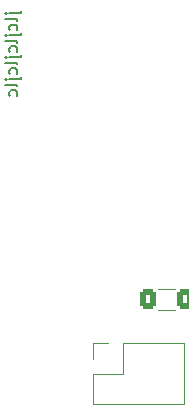
<source format=gbr>
G04 #@! TF.GenerationSoftware,KiCad,Pcbnew,(6.99.0-2452-gdb4f2d9dd8)*
G04 #@! TF.CreationDate,2022-08-02T13:39:31-05:00*
G04 #@! TF.ProjectId,RB,52422e6b-6963-4616-945f-706362585858,rev?*
G04 #@! TF.SameCoordinates,Original*
G04 #@! TF.FileFunction,Legend,Bot*
G04 #@! TF.FilePolarity,Positive*
%FSLAX46Y46*%
G04 Gerber Fmt 4.6, Leading zero omitted, Abs format (unit mm)*
G04 Created by KiCad (PCBNEW (6.99.0-2452-gdb4f2d9dd8)) date 2022-08-02 13:39:31*
%MOMM*%
%LPD*%
G01*
G04 APERTURE LIST*
G04 Aperture macros list*
%AMRoundRect*
0 Rectangle with rounded corners*
0 $1 Rounding radius*
0 $2 $3 $4 $5 $6 $7 $8 $9 X,Y pos of 4 corners*
0 Add a 4 corners polygon primitive as box body*
4,1,4,$2,$3,$4,$5,$6,$7,$8,$9,$2,$3,0*
0 Add four circle primitives for the rounded corners*
1,1,$1+$1,$2,$3*
1,1,$1+$1,$4,$5*
1,1,$1+$1,$6,$7*
1,1,$1+$1,$8,$9*
0 Add four rect primitives between the rounded corners*
20,1,$1+$1,$2,$3,$4,$5,0*
20,1,$1+$1,$4,$5,$6,$7,0*
20,1,$1+$1,$6,$7,$8,$9,0*
20,1,$1+$1,$8,$9,$2,$3,0*%
G04 Aperture macros list end*
%ADD10C,0.150000*%
%ADD11C,0.120000*%
%ADD12R,1.800000X1.800000*%
%ADD13C,1.800000*%
%ADD14R,1.700000X1.700000*%
%ADD15O,1.700000X1.700000*%
%ADD16RoundRect,0.250000X0.400000X0.625000X-0.400000X0.625000X-0.400000X-0.625000X0.400000X-0.625000X0*%
G04 APERTURE END LIST*
D10*
X188480714Y-76883809D02*
X189337857Y-76883809D01*
X189337857Y-76883809D02*
X189433095Y-76836190D01*
X189433095Y-76836190D02*
X189480714Y-76740952D01*
X189480714Y-76740952D02*
X189480714Y-76693333D01*
X188147380Y-76883809D02*
X188195000Y-76836190D01*
X188195000Y-76836190D02*
X188242619Y-76883809D01*
X188242619Y-76883809D02*
X188195000Y-76931428D01*
X188195000Y-76931428D02*
X188147380Y-76883809D01*
X188147380Y-76883809D02*
X188242619Y-76883809D01*
X189147380Y-77502856D02*
X189099761Y-77407618D01*
X189099761Y-77407618D02*
X189004523Y-77359999D01*
X189004523Y-77359999D02*
X188147380Y-77359999D01*
X189099761Y-78312380D02*
X189147380Y-78217142D01*
X189147380Y-78217142D02*
X189147380Y-78026666D01*
X189147380Y-78026666D02*
X189099761Y-77931428D01*
X189099761Y-77931428D02*
X189052142Y-77883809D01*
X189052142Y-77883809D02*
X188956904Y-77836190D01*
X188956904Y-77836190D02*
X188671190Y-77836190D01*
X188671190Y-77836190D02*
X188575952Y-77883809D01*
X188575952Y-77883809D02*
X188528333Y-77931428D01*
X188528333Y-77931428D02*
X188480714Y-78026666D01*
X188480714Y-78026666D02*
X188480714Y-78217142D01*
X188480714Y-78217142D02*
X188528333Y-78312380D01*
X188480714Y-78740952D02*
X189337857Y-78740952D01*
X189337857Y-78740952D02*
X189433095Y-78693333D01*
X189433095Y-78693333D02*
X189480714Y-78598095D01*
X189480714Y-78598095D02*
X189480714Y-78550476D01*
X188147380Y-78740952D02*
X188195000Y-78693333D01*
X188195000Y-78693333D02*
X188242619Y-78740952D01*
X188242619Y-78740952D02*
X188195000Y-78788571D01*
X188195000Y-78788571D02*
X188147380Y-78740952D01*
X188147380Y-78740952D02*
X188242619Y-78740952D01*
X189147380Y-79359999D02*
X189099761Y-79264761D01*
X189099761Y-79264761D02*
X189004523Y-79217142D01*
X189004523Y-79217142D02*
X188147380Y-79217142D01*
X189099761Y-80169523D02*
X189147380Y-80074285D01*
X189147380Y-80074285D02*
X189147380Y-79883809D01*
X189147380Y-79883809D02*
X189099761Y-79788571D01*
X189099761Y-79788571D02*
X189052142Y-79740952D01*
X189052142Y-79740952D02*
X188956904Y-79693333D01*
X188956904Y-79693333D02*
X188671190Y-79693333D01*
X188671190Y-79693333D02*
X188575952Y-79740952D01*
X188575952Y-79740952D02*
X188528333Y-79788571D01*
X188528333Y-79788571D02*
X188480714Y-79883809D01*
X188480714Y-79883809D02*
X188480714Y-80074285D01*
X188480714Y-80074285D02*
X188528333Y-80169523D01*
X188480714Y-80598095D02*
X189337857Y-80598095D01*
X189337857Y-80598095D02*
X189433095Y-80550476D01*
X189433095Y-80550476D02*
X189480714Y-80455238D01*
X189480714Y-80455238D02*
X189480714Y-80407619D01*
X188147380Y-80598095D02*
X188195000Y-80550476D01*
X188195000Y-80550476D02*
X188242619Y-80598095D01*
X188242619Y-80598095D02*
X188195000Y-80645714D01*
X188195000Y-80645714D02*
X188147380Y-80598095D01*
X188147380Y-80598095D02*
X188242619Y-80598095D01*
X189147380Y-81217142D02*
X189099761Y-81121904D01*
X189099761Y-81121904D02*
X189004523Y-81074285D01*
X189004523Y-81074285D02*
X188147380Y-81074285D01*
X189099761Y-82026666D02*
X189147380Y-81931428D01*
X189147380Y-81931428D02*
X189147380Y-81740952D01*
X189147380Y-81740952D02*
X189099761Y-81645714D01*
X189099761Y-81645714D02*
X189052142Y-81598095D01*
X189052142Y-81598095D02*
X188956904Y-81550476D01*
X188956904Y-81550476D02*
X188671190Y-81550476D01*
X188671190Y-81550476D02*
X188575952Y-81598095D01*
X188575952Y-81598095D02*
X188528333Y-81645714D01*
X188528333Y-81645714D02*
X188480714Y-81740952D01*
X188480714Y-81740952D02*
X188480714Y-81931428D01*
X188480714Y-81931428D02*
X188528333Y-82026666D01*
X188480714Y-82455238D02*
X189337857Y-82455238D01*
X189337857Y-82455238D02*
X189433095Y-82407619D01*
X189433095Y-82407619D02*
X189480714Y-82312381D01*
X189480714Y-82312381D02*
X189480714Y-82264762D01*
X188147380Y-82455238D02*
X188195000Y-82407619D01*
X188195000Y-82407619D02*
X188242619Y-82455238D01*
X188242619Y-82455238D02*
X188195000Y-82502857D01*
X188195000Y-82502857D02*
X188147380Y-82455238D01*
X188147380Y-82455238D02*
X188242619Y-82455238D01*
X189147380Y-83074285D02*
X189099761Y-82979047D01*
X189099761Y-82979047D02*
X189004523Y-82931428D01*
X189004523Y-82931428D02*
X188147380Y-82931428D01*
X189099761Y-83883809D02*
X189147380Y-83788571D01*
X189147380Y-83788571D02*
X189147380Y-83598095D01*
X189147380Y-83598095D02*
X189099761Y-83502857D01*
X189099761Y-83502857D02*
X189052142Y-83455238D01*
X189052142Y-83455238D02*
X188956904Y-83407619D01*
X188956904Y-83407619D02*
X188671190Y-83407619D01*
X188671190Y-83407619D02*
X188575952Y-83455238D01*
X188575952Y-83455238D02*
X188528333Y-83502857D01*
X188528333Y-83502857D02*
X188480714Y-83598095D01*
X188480714Y-83598095D02*
X188480714Y-83788571D01*
X188480714Y-83788571D02*
X188528333Y-83883809D01*
D11*
X203270000Y-104800000D02*
X203270000Y-110000000D01*
X198130000Y-104800000D02*
X203270000Y-104800000D01*
X198130000Y-104800000D02*
X198130000Y-107400000D01*
X196860000Y-104800000D02*
X195530000Y-104800000D01*
X195530000Y-104800000D02*
X195530000Y-106130000D01*
X198130000Y-107400000D02*
X195530000Y-107400000D01*
X195530000Y-107400000D02*
X195530000Y-110000000D01*
X195530000Y-110000000D02*
X203270000Y-110000000D01*
X202527064Y-102010000D02*
X201072936Y-102010000D01*
X202527064Y-100190000D02*
X201072936Y-100190000D01*
%LPC*%
D12*
X207199999Y-110239999D03*
D13*
X207200000Y-107700000D03*
D14*
X196859999Y-106129999D03*
D15*
X196859999Y-108669999D03*
X199399999Y-106129999D03*
X199399999Y-108669999D03*
X201939999Y-106129999D03*
X201939999Y-108669999D03*
D16*
X203350000Y-101100000D03*
X200250000Y-101100000D03*
M02*

</source>
